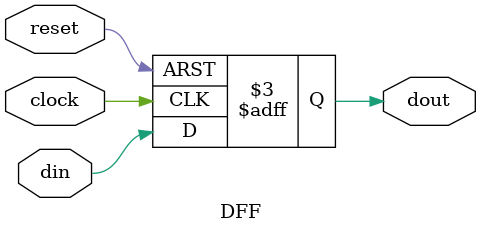
<source format=v>
module DFF(clock, reset, din, dout); 
input clock, reset; 
input din; 
output dout; 
reg dout;
always @ (posedge clock or negedge reset) 
if (reset == 0) dout <= 0; 
else dout <= din; 
endmodule
</source>
